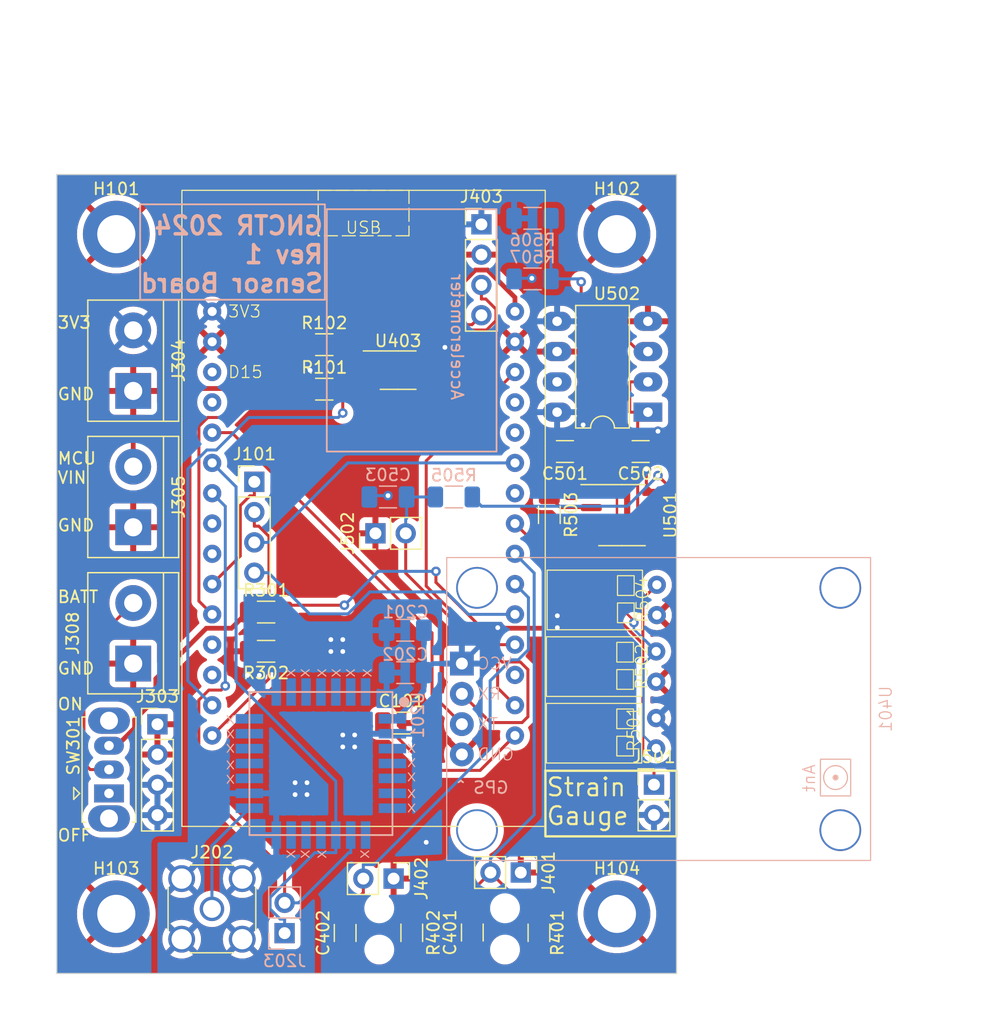
<source format=kicad_pcb>
(kicad_pcb (version 20221018) (generator pcbnew)
  (layers (0 "F.Cu" signal) (31 "B.Cu" signal) (34 "B.Paste" user) (35 "F.Paste" user) (36 "B.SilkS" user "B.Silkscreen") (37 "F.SilkS" user "F.Silkscreen") (38 "B.Mask" user) (39 "F.Mask" user) (44 "Edge.Cuts" user))
  (net 0 "")
  (net 1 "Net-(U101-EN)")
  (net 2 "GND")
  (net 3 "+3V3")
  (net 4 "Net-(J202-In)")
  (net 5 "TEMP_SENSE_1")
  (net 6 "TEMP_SENSE_2")
  (net 7 "Net-(J101-Pin_1)")
  (net 8 "Net-(J101-Pin_2)")
  (net 9 "Net-(J101-Pin_3)")
  (net 10 "Net-(J101-Pin_4)")
  (net 11 "LORA_UART_MOSI")
  (net 12 "LORA_UART_MISO")
  (net 13 "+BATT")
  (net 14 "MCU_VIN")
  (net 15 "SCL")
  (net 16 "SDA")
  (net 17 "/Strain_Sensor/IN+")
  (net 18 "BATT_SENSE")
  (net 19 "TEMP_V+")
  (net 20 "/Strain_Sensor/IN-")
  (net 21 "Net-(R503-Pad1)")
  (net 22 "Net-(R503-Pad2)")
  (net 23 "Net-(R505-Pad1)")
  (net 24 "Net-(U502A-+)")
  (net 28 "GPS_UART_MISO")
  (net 36 "GPS_UART_MOSI")
  (net 57 "/Strain_Sensor/V_REF")
  (net 60 "/STRAIN_SENSE")
  (net 62 "Net-(J308-Pin_2)")
  (footprint "TerminalBlock:TerminalBlock_bornier-2_P5.08mm" (layer "F.Cu") (at 58.42 80.01 90)
    (fp_text reference "J308")
    (fp_text value "Screw_Terminal_01x02")
  )
  (footprint "Resistor_SMD:R_1206_3216Metric_Pad1.30x1.75mm_HandSolder" (layer "F.Cu") (at 74.45 57)
    (fp_text reference "R101")
    (fp_text value "4.7k")
  )
  (footprint "Resistor_SMD:R_1206_3216Metric_Pad1.30x1.75mm_HandSolder" (layer "F.Cu") (at 92.456 102.59 90)
    (fp_text reference "R401")
    (fp_text value "75k")
  )
  (footprint "Connector_PinHeader_2.54mm:PinHeader_1x02_P2.54mm_Vertical" (layer "F.Cu") (at 78.74 69.088 90)
    (fp_text reference "J502")
    (fp_text value "Conn_01x02")
  )
  (footprint "00 This Project Symbol Lib:InactiveStrainGauge" (layer "F.Cu") (at 97.0845 80.264)
    (fp_text reference "R502")
    (fp_text value "305")
  )
  (footprint "Button_Switch_THT:SW_Slide_1P2T_CK_OS102011MS2Q" (layer "F.Cu") (at 56.388 90.9 90)
    (fp_text reference "SW301")
    (fp_text value "SW_SPDT")
  )
  (footprint "Connector_PinHeader_2.54mm:PinHeader_1x04_P2.54mm_Vertical" (layer "F.Cu") (at 60.452 85.1)
    (fp_text reference "J303")
    (fp_text value "Conn_01x04")
  )
  (footprint "00 This Project Symbol Lib:InactiveStrainGauge" (layer "F.Cu") (at 97.0845 85.852)
    (fp_text reference "R501")
    (fp_text value "305")
  )
  (footprint "Package_DIP:DIP-8_W7.62mm_LongPads" (layer "F.Cu") (at 101.6 58.928 180)
    (fp_text reference "U502")
    (fp_text value "MCP6002-xP")
  )
  (footprint "Connector_PinHeader_2.54mm:PinHeader_1x04_P2.54mm_Vertical" (layer "F.Cu") (at 68.58 64.77)
    (fp_text reference "J101")
    (fp_text value "Conn_01x04")
  )
  (footprint "Resistor_SMD:R_1206_3216Metric_Pad1.30x1.75mm_HandSolder" (layer "F.Cu") (at 93.329 67.538 -90)
    (fp_text reference "R503")
    (fp_text value "100")
  )
  (footprint "MountingHole:MountingHole_2mm" (layer "F.Cu") (at 79.061 104 180)
    (fp_text reference "H405" hide)
    (fp_text value "MountingHole")
  )
  (footprint "MountingHole:MountingHole_3.2mm_M3_DIN965_Pad" (layer "F.Cu") (at 57 44)
    (fp_text reference "H101")
    (fp_text value "MountingHole_Pad")
  )
  (footprint "TerminalBlock:TerminalBlock_bornier-2_P5.08mm" (layer "F.Cu") (at 58.42 68.58 90)
    (fp_text reference "J305")
    (fp_text value "Screw_Terminal_01x02")
  )
  (footprint "TerminalBlock:TerminalBlock_bornier-2_P5.08mm" (layer "F.Cu") (at 58.42 57.15 90)
    (fp_text reference "J304")
    (fp_text value "Screw_Terminal_01x02")
  )
  (footprint "Connector_Coaxial:SMA_Wurth_60312002114503_Vertical" (layer "F.Cu") (at 65.024 100.584)
    (fp_text reference "J202")
    (fp_text value "Conn_Coaxial")
  )
  (footprint "MountingHole:MountingHole_3.2mm_M3_DIN965_Pad" (layer "F.Cu") (at 57 101)
    (fp_text reference "H103")
    (fp_text value "MountingHole_Pad")
  )
  (footprint "MountingHole:MountingHole_2mm" (layer "F.Cu") (at 89.6105 104 180)
    (fp_text reference "H401" hide)
    (fp_text value "MountingHole")
  )
  (footprint "Connector_PinHeader_2.54mm:PinHeader_1x02_P2.54mm_Vertical" (layer "F.Cu") (at 102.108 90.165)
    (fp_text reference "J501")
    (fp_text value "Conn_01x02")
  )
  (footprint "Connector_PinHeader_2.54mm:PinHeader_1x02_P2.54mm_Vertical" (layer "F.Cu") (at 90.932 97.536 -90)
    (fp_text reference "J401")
    (fp_text value "100k_Thermistor")
  )
  (footprint "Capacitor_SMD:C_1206_3216Metric_Pad1.33x1.80mm_HandSolder" (layer "F.Cu") (at 80.9375 85)
    (fp_text reference "C101")
    (fp_text value "10u")
  )
  (footprint "Resistor_SMD:R_1206_3216Metric_Pad1.30x1.75mm_HandSolder" (layer "F.Cu") (at 69.57 78.982 180)
    (fp_text reference "R302")
    (fp_text value "4.7k")
  )
  (footprint "00 This Project Symbol Lib:InactiveStrainGauge" (layer "F.Cu") (at 97.141 74.676)
    (fp_text reference "R504")
    (fp_text value "305")
  )
  (footprint "Connector_PinHeader_2.54mm:PinHeader_1x02_P2.54mm_Vertical" (layer "F.Cu") (at 80.264 98.044 -90)
    (fp_text reference "J402")
    (fp_text value "100k_Thermistor")
  )
  (footprint "MountingHole:MountingHole_3.2mm_M3_DIN965_Pad" (layer "F.Cu") (at 99 44)
    (fp_text reference "H102")
    (fp_text value "MountingHole_Pad")
  )
  (footprint "Capacitor_SMD:C_1206_3216Metric_Pad1.33x1.80mm_HandSolder" (layer "F.Cu") (at 76.2 102.6025 90)
    (fp_text reference "C402")
    (fp_text value "10u")
  )
  (footprint "00 This Project Symbol Lib:ESP32-Module-30Pin" (layer "F.Cu") (at 77.745 68.265)
    (fp_text reference "U101" hide)
    (fp_text value "ESP32-Module-30Pin")
  )
  (footprint "MountingHole:MountingHole_3.2mm_M3_DIN965_Pad" (layer "F.Cu") (at 99 101)
    (fp_text reference "H104")
    (fp_text value "MountingHole_Pad")
  )
  (footprint "Resistor_SMD:R_1206_3216Metric_Pad1.30x1.75mm_HandSolder" (layer "F.Cu") (at 74.45 53.27)
    (fp_text reference "R102")
    (fp_text value "4.7k")
  )
  (footprint "Package_SO:MSOP-8_3x3mm_P0.65mm" (layer "F.Cu") (at 80.6425 55.405)
    (fp_text reference "U403")
    (fp_text value "STDS75DS2F")
  )
  (footprint "MountingHole:MountingHole_2mm" (layer "F.Cu") (at 79.061 100.532 180)
    (fp_text reference "H406" hide)
    (fp_text value "MountingHole")
  )
  (footprint "Capacitor_SMD:C_1206_3216Metric_Pad1.33x1.80mm_HandSolder" (layer "F.Cu") (at 94.6375 62.23 180)
    (fp_text reference "C501")
    (fp_text value "10u")
  )
  (footprint "Resistor_SMD:R_1206_3216Metric_Pad1.30x1.75mm_HandSolder" (layer "F.Cu") (at 81.788 102.59 -90)
    (fp_text reference "R402")
    (fp_text value "75k")
  )
  (footprint "Connector_PinHeader_2.54mm:PinHeader_1x04_P2.54mm_Vertical" (layer "F.Cu") (at 87.63 43.18)
    (fp_text reference "J403")
    (fp_text value "Conn_01x04")
  )
  (footprint "Capacitor_SMD:C_1206_3216Metric_Pad1.33x1.80mm_HandSolder" (layer "F.Cu") (at 86.868 102.564 -90)
    (fp_text reference "C401")
    (fp_text value "10u")
  )
  (footprint "Package_SO:SO-8_3.9x4.9mm_P1.27mm" (layer "F.Cu") (at 99.425 67.564)
    (fp_text reference "U501")
    (fp_text value "AD8226ARZ")
  )
  (footprint "MountingHole:MountingHole_2mm" (layer "F.Cu") (at 89.6105 100.532 180)
    (fp_text reference "H402" hide)
    (fp_text value "MountingHole")
  )
  (footprint "Resistor_SMD:R_1206_3216Metric_Pad1.30x1.75mm_HandSolder" (layer "F.Cu") (at 69.57 75.692)
    (fp_text reference "R301")
    (fp_text value "18k")
  )
  (footprint "Capacitor_SMD:C_1206_3216Metric_Pad1.33x1.80mm_HandSolder" (layer "F.Cu") (at 100.9875 62.23 180)
    (fp_text reference "C502")
    (fp_text value "0.1u")
  )
  (footprint "Resistor_SMD:R_1206_3216Metric_Pad1.30x1.75mm_HandSolder" (layer "B.Cu") (at 91.922 47.752 180)
    (fp_text reference "R507")
    (fp_text value "4.7k")
  )
  (footprint "Capacitor_SMD:C_1206_3216Metric_Pad1.33x1.80mm_HandSolder" (layer "B.Cu") (at 81.2415 80.772 180)
    (fp_text reference "C202")
    (fp_text value "4.7u")
  )
  (footprint "Resistor_SMD:R_1206_3216Metric_Pad1.30x1.75mm_HandSolder" (layer "B.Cu") (at 91.922 42.672)
    (fp_text reference "R506")
    (fp_text value "4.7k")
  )
  (footprint "Capacitor_SMD:C_1206_3216Metric_Pad1.33x1.80mm_HandSolder" (layer "B.Cu") (at 81.2415 77.216 180)
    (fp_text reference "C201")
    (fp_text value "100u")
  )
  (footprint "Capacitor_SMD:C_1206_3216Metric_Pad1.33x1.80mm_HandSolder" (layer "B.Cu") (at 79.7945 66.04 180)
    (fp_text reference "C503")
    (fp_text value "10n")
  )
  (footprint "00 This Project Symbol Lib:LoRa-E5_HandSolder" (layer "B.Cu") (at 74.168 88.392 180)
    (fp_text reference "U201")
    (fp_text value "LoRa-E5")
  )
  (footprint "Resistor_SMD:R_1206_3216Metric_Pad1.30x1.75mm_HandSolder" (layer "B.Cu") (at 85.318 66.04 180)
    (fp_text reference "R505")
    (fp_text value "10u")
  )
  (footprint "00 This Project Symbol Lib:GY-NEO6MV2-Module" (layer "B.Cu") (at 102.5 83.82 -90)
    (fp_text reference "U401")
    (fp_text value "GY-NEO6MV2-Module")
  )
  (footprint "Connector_PinHeader_2.54mm:PinHeader_1x02_P2.54mm_Vertical" (layer "B.Cu") (at 71.12 102.616)
    (fp_text reference "J203")
    (fp_text value "Conn_01x02")
  )
  (gr_rect (start 59 41.5) (end 74.5 49.5) (stroke (width 0.15)) (fill none) (layer "B.SilkS"))
  (gr_rect (start 74.66 41.91) (end 88.9 62.23) (stroke (width 0.15)) (fill none) (layer "B.SilkS"))
  (gr_rect (start 93 89) (end 104 94.5) (stroke (width 0.2)) (fill none) (layer "F.SilkS"))
  (gr_rect (start 52 39) (end 104 106) (stroke (width 0.1)) (fill none) (layer "Edge.Cuts"))
  (gr_text "Accelerometer" (at 85 58 270) (layer "B.SilkS") (effects (font (size 1 1)) (justify left bottom mirror)))
  (gr_text "GPS ^" (at 90 91) (layer "B.SilkS") (effects (font (size 1 1)) (justify left bottom mirror)))
  (gr_text "GNCTR 2024\nRev 1\nSensor Board" (at 74.5 49) (layer "B.SilkS") (effects (font (size 1.5 1.5) (thickness 0.3) bold) (justify left bottom mirror)))
  (gr_text "3V3" (at 52 52) (layer "F.SilkS") (effects (font (size 1 1)) (justify left bottom)))
  (gr_text "MCU\nVIN" (at 52 65) (layer "F.SilkS") (effects (font (size 1 1)) (justify left bottom)))
  (gr_text "GND" (at 52 69) (layer "F.SilkS") (effects (font (size 1 1)) (justify left bottom)))
  (gr_text "GND" (at 52 81) (layer "F.SilkS") (effects (font (size 1 1)) (justify left bottom)))
  (gr_text "OFF" (at 52 95) (layer "F.SilkS") (effects (font (size 1 1)) (justify left bottom)))
  (gr_text "GND" (at 52 58) (layer "F.SilkS") (effects (font (size 1 1)) (justify left bottom)))
  (gr_text "Strain\nGauge" (at 92.985 93.665) (layer "F.SilkS") (effects (font (size 1.5 1.5) (thickness 0.1875)) (justify left bottom)))
  (gr_text "ON" (at 52 84) (layer "F.SilkS") (effects (font (size 1 1)) (justify left bottom)))
  (gr_text "BATT" (at 52 75) (layer "F.SilkS") (effects (font (size 1 1)) (justify left bottom)))
  (segment (start 87.5222 88.9678) (end 90.445 86.045) (width 0.25) (layer "F.Cu") (net 1))
  (segment (start 79.375 85) (end 83.3428 88.9678) (width 0.25) (layer "F.Cu") (net 1))
  (segment (start 83.3428 88.9678) (end 87.5222 88.9678) (width 0.25) (layer "F.Cu") (net 1))
  (via (at 68 81) (size 0.8) (drill 0.4) (layers "F.Cu" "B.Cu") (net 2))
  (via (at 72 91) (size 0.8) (drill 0.4) (layers "F.Cu" "B.Cu") (net 2))
  (via (at 75 79) (size 0.8) (drill 0.4) (layers "F.Cu" "B.Cu") (net 2))
  (via (at 76 79) (size 0.8) (drill 0.4) (layers "F.Cu" "B.Cu") (net 2))
  (via (at 76 86) (size 0.8) (drill 0.4) (layers "F.Cu" "B.Cu") (net 2))
  (via (at 73 91) (size 0.8) (drill 0.4) (layers "F.Cu" "B.Cu") (net 2))
  (via (at 69 81) (size 0.8) (drill 0.4) (layers "F.Cu" "B.Cu") (net 2))
  (via (at 72 90) (size 0.8) (drill 0.4) (layers "F.Cu" "B.Cu") (net 2))
  (via (at 77 87) (size 0.8) (drill 0.4) (layers "F.Cu" "B.Cu") (net 2))
  (via (at 77 86) (size 0.8) (drill 0.4) (layers "F.Cu" "B.Cu") (net 2))
  (via (at 91.8629 47.702) (size 0.8) (drill 0.4) (layers "F.Cu" "B.Cu") (net 2))
  (via (at 83 95) (size 0.8) (drill 0.4) (layers "F.Cu" "B.Cu") (net 2))
  (via (at 76 87) (size 0.8) (drill 0.4) (layers "F.Cu" "B.Cu") (net 2))
  (via (at 75 78) (size 0.8) (drill 0.4) (layers "F.Cu" "B.Cu") (net 2))
  (via (at 79.7945 65.9281) (size 0.8) (drill 0.4) (layers "F.Cu" "B.Cu") (net 2))
  (via (at 73 90) (size 0.8) (drill 0.4) (layers "F.Cu" "B.Cu") (net 2))
  (via (at 76 78) (size 0.8) (drill 0.4) (layers "F.Cu" "B.Cu") (net 2))
  (segment (start 91.8629 47.702) (end 90.422 47.702) (width 0.25) (layer "B.Cu") (net 2))
  (segment (start 78.3439 65.9281) (end 78.232 66.04) (width 0.25) (layer "B.Cu") (net 2))
  (segment (start 90.422 47.702) (end 90.372 47.752) (width 0.25) (layer "B.Cu") (net 2))
  (segment (start 79.7945 65.9281) (end 78.3439 65.9281) (width 0.25) (layer "B.Cu") (net 2))
  (segment (start 83.6916 53.4934) (end 82.755 54.43) (width 0.25) (layer "F.Cu") (net 3))
  (segment (start 93 77.047) (end 93 77) (width 0.4) (layer "F.Cu") (net 3))
  (segment (start 72.9 55.7778) (end 72.9 57) (width 0.25) (layer "F.Cu") (net 3))
  (segment (start 73.2603 55.4175) (end 72.9 55.0572) (width 0.25) (layer "F.Cu") (net 3))
  (segment (start 73.2603 55.4175) (end 72.9 55.7778) (width 0.25) (layer "F.Cu") (net 3))
  (segment (start 101.469 63.7137) (end 101.469 65.1277) (width 0.25) (layer "F.Cu") (net 3))
  (segment (start 96.2 60.033) (end 96.2 62.23) (width 0.25) (layer "F.Cu") (net 3))
  (segment (start 89 77) (end 89.047 77.047) (width 0.4) (layer "F.Cu") (net 3))
  (segment (start 84.5682 53.4934) (end 83.6916 53.4934) (width 0.25) (layer "F.Cu") (net 3))
  (segment (start 101.469 65.1277) (end 102 65.659) (width 0.25) (layer "F.Cu") (net 3))
  (segment (start 102.55 60.636) (end 102.55 62.23) (width 0.25) (layer "F.Cu") (net 3))
  (segment (start 93.953 77.047) (end 94 77) (width 0.4) (layer "F.Cu") (net 3))
  (segment (start 102.442 60.5285) (end 102.55 60.636) (width 0.25) (layer "F.Cu") (net 3))
  (segment (start 96.1635 59.9965) (end 96.2 60.033) (width 0.25) (layer "F.Cu") (net 3))
  (segment (start 89.047 77.047) (end 93 77.047) (width 0.4) (layer "F.Cu") (net 3))
  (segment (start 72.9 55.0572) (end 72.9 53.27) (width 0.25) (layer "F.Cu") (net 3))
  (segment (start 93 77.047) (end 93.953 77.047) (width 0.4) (layer "F.Cu") (net 3))
  (segment (start 93 77) (end 94 76) (width 0.4) (layer "F.Cu") (net 3))
  (via (at 94 76) (size 0.8) (drill 0.4) (layers "F.Cu" "B.Cu") (net 3))
  (via (at 94 77) (size 0.8) (drill 0.4) (layers "F.Cu" "B.Cu") (net 3))
  (via (at 89 77) (size 0.8) (drill 0.4) (layers "F.Cu" "B.Cu") (net 3))
  (via (at 102.442 60.5285) (size 0.8) (drill 0.4) (layers "F.Cu" "B.Cu") (net 3))
  (via (at 84.5682 53.4934) (size 0.8) (drill 0.4) (layers "F.Cu" "B.Cu") (net 3))
  (via (at 101.469 63.7137) (size 0.8) (drill 0.4) (layers "F.Cu" "B.Cu") (net 3))
  (via (at 73.2603 55.4175) (size 0.8) (drill 0.4) (layers "F.Cu" "B.Cu") (net 3))
  (via (at 96.1635 59.9965) (size 0.8) (drill 0.4) (layers "F.Cu" "B.Cu") (net 3))
  (segment (start 82.804 80.772) (end 82.804 77.216) (width 0.4) (layer "B.Cu") (net 3))
  (segment (start 85.99 80.01) (end 83.566 80.01) (width 0.4) (layer "B.Cu") (net 3))
  (segment (start 83.566 80.01) (end 82.804 80.772) (width 0.4) (layer "B.Cu") (net 3))
  (segment (start 80.168 84.642) (end 80.458 84.642) (width 0.4) (layer "B.Cu") (net 3))
  (segment (start 80.458 84.642) (end 82.804 82.296) (width 0.4) (layer "B.Cu") (net 3))
  (segment (start 82.804 82.296) (end 82.804 80.772) (width 0.4) (layer "B.Cu") (net 3))
  (segment (start 85.99 80.01) (end 89 77) (width 0.4) (layer "B.Cu") (net 3))
  (segment (start 68.168 92.142) (end 65.024 95.286) (width 0.25) (layer "B.Cu") (net 4))
  (segment (start 65.024 95.286) (end 65.024 100.584) (width 0.25) (layer "B.Cu") (net 4))
  (segment (start 90.013 99.157) (end 88.392 97.536) (width 0.25) (layer "F.Cu") (net 5))
  (segment (start 86.868 101.0015) (end 86.868 99.06) (width 0.25) (layer "F.Cu") (net 5))
  (segment (start 90.573 99.157) (end 90.013 99.157) (width 0.25) (layer "F.Cu") (net 5))
  (segment (start 86.868 101.002) (end 86.868 101.0015) (width 0.25) (layer "F.Cu") (net 5))
  (segment (start 86.868 99.06) (end 88.392 97.536) (width 0.25) (layer "F.Cu") (net 5))
  (segment (start 92.456 101.04) (end 90.573 99.157) (width 0.25) (layer "F.Cu") (net 5))
  (segment (start 92.0564 72.4164) (end 90.445 70.805) (width 0.25) (layer "B.Cu") (net 5))
  (segment (start 88.392 97.536) (end 88.392 96.3591) (width 0.25) (layer "B.Cu") (net 5))
  (segment (start 88.392 96.3591) (end 92.0564 92.6947) (width 0.25) (layer "B.Cu") (net 5))
  (segment (start 92.0564 92.6947) (end 92.0564 72.4164) (width 0.25) (layer "B.Cu") (net 5))
  (segment (start 77.4561 102.417) (end 80.0647 102.417) (width 0.25) (layer "F.Cu") (net 6))
  (segment (start 77.724 98.044) (end 77.724 99.2209) (width 0.25) (layer "F.Cu") (net 6))
  (segment (start 77.4561 102.417) (end 77.4561 102.909) (width 0.25) (layer "F.Cu") (net 6))
  (segment (start 80.0647 102.417) (end 81.788 104.14) (width 0.25) (layer "F.Cu") (net 6))
  (segment (start 77.4561 102.909) (end 76.2 104.165) (width 0.25) (layer "F.Cu") (net 6))
  (segment (start 77.724 99.2209) (end 77.4561 99.4888) (width 0.25) (layer "F.Cu") (net 6))
  (segment (start 77.4561 99.4888) (end 77.4561 102.417) (width 0.25) (layer "F.Cu") (net 6))
  (segment (start 90.1241 79.695) (end 88.3621 81.457) (width 0.25) (layer "B.Cu") (net 6))
  (segment (start 91.575 74.475) (end 91.575 78.8402) (width 0.25) (layer "B.Cu") (net 6))
  (segment (start 77.724 96.8671) (end 77.724 98.044) (width 0.25) (layer "B.Cu") (net 6))
  (segment (start 78.6424 96.8671) (end 77.724 96.8671) (width 0.25) (layer "B.Cu") (net 6))
  (segment (start 90.7202 79.695) (end 90.1241 79.695) (width 0.25) (layer "B.Cu") (net 6))
  (segment (start 90.445 73.345) (end 91.575 74.475) (width 0.25) (layer "B.Cu") (net 6))
  (segment (start 91.575 78.8402) (end 90.7202 79.695) (width 0.25) (layer "B.Cu") (net 6))
  (segment (start 88.3621 81.457) (end 88.3621 87.1474) (width 0.25) (layer "B.Cu") (net 6))
  (segment (start 88.3621 87.1474) (end 78.6424 96.8671) (width 0.25) (layer "B.Cu") (net 6))
  (segment (start 67.4031 66.7559) (end 67.4031 70.9869) (width 0.25) (layer "F.Cu") (net 7))
  (segment (start 68.58 65.9469) (end 68.2121 65.9469) (width 0.25) (layer "F.Cu") (net 7))
  (segment (start 67.4031 70.9869) (end 65.045 73.345) (width 0.25) (layer "F.Cu") (net 7))
  (segment (start 68.58 64.77) (end 68.58 65.9469) (width 0.25) (layer "F.Cu") (net 7))
  (segment (start 68.2121 65.9469) (end 67.4031 66.7559) (width 0.25) (layer "F.Cu") (net 7))
  (segment (start 68.58 68.4869) (end 68.9478 68.4869) (width 0.25) (layer "F.Cu") (net 8))
  (segment (start 68.9478 68.4869) (end 69.8045 69.3436) (width 0.25) (layer "F.Cu") (net 8))
  (segment (start 69.8045 81.2855) (end 65.045 86.045) (width 0.25) (layer "F.Cu") (net 8))
  (segment (start 69.8045 69.3436) (end 69.8045 81.2855) (width 0.25) (layer "F.Cu") (net 8))
  (segment (start 68.58 67.31) (end 68.58 68.4869) (width 0.25) (layer "F.Cu") (net 8))
  (segment (start 69.7569 69.85) (end 76.4219 63.185) (width 0.25) (layer "B.Cu") (net 9))
  (segment (start 68.58 69.85) (end 69.7569 69.85) (width 0.25) (layer "B.Cu") (net 9))
  (segment (start 76.4219 63.185) (end 90.445 63.185) (width 0.25) (layer "B.Cu") (net 9))
  (segment (start 68.58 72.39) (end 69.7569 72.39) (width 0.25) (layer "B.Cu") (net 10))
  (segment (start 84.6655 74) (end 86.5505 75.885) (width 0.25) (layer "B.Cu") (net 10))
  (segment (start 78.2792 74) (end 84.6655 74) (width 0.25) (layer "B.Cu") (net 10))
  (segment (start 76.4362 75.843) (end 78.2792 74) (width 0.25) (layer "B.Cu") (net 10))
  (segment (start 86.5505 75.885) (end 90.445 75.885) (width 0.25) (layer "B.Cu") (net 10))
  (segment (start 73.2099 75.843) (end 76.4362 75.843) (width 0.25) (layer "B.Cu") (net 10))
  (segment (start 69.7569 72.39) (end 73.2099 75.843) (width 0.25) (layer "B.Cu") (net 10))
  (segment (start 66.1433 81.8871) (end 65.7954 82.235) (width 0.25) (layer "F.Cu") (net 11))
  (segment (start 63.9229 90.153) (end 71.12 97.3501) (width 0.25) (layer "F.Cu") (net 11))
  (segment (start 65.7954 82.235) (end 64.7616 82.235) (width 0.25) (layer "F.Cu") (net 11))
  (segment (start 64.7616 82.235) (end 63.9229 83.0737) (width 0.25) (layer "F.Cu") (net 11))
  (segment (start 63.9229 83.0737) (end 63.9229 90.153) (width 0.25) (layer "F.Cu") (net 11))
  (segment (start 71.12 97.3501) (end 71.12 100.076) (width 0.25) (layer "F.Cu") (net 11))
  (via (at 66.1433 81.8871) (size 0.8) (drill 0.4) (layers "F.Cu" "B.Cu") (net 11))
  (segment (start 66.1433 66.8233) (end 66.1433 81.8871) (width 0.25) (layer "B.Cu") (net 11))
  (segment (start 65.045 65.725) (end 66.1433 66.8233) (width 0.25) (layer "B.Cu") (net 11))
  (segment (start 76.668 95.8689) (end 76.668 94.392) (width 0.25) (layer "B.Cu") (net 11))
  (segment (start 76.504 95.8689) (end 76.668 95.8689) (width 0.25) (layer "B.Cu") (net 11))
  (segment (start 72.2969 100.076) (end 76.504 95.8689) (width 0.25) (layer "B.Cu") (net 11))
  (segment (start 71.12 100.076) (end 72.2969 100.076) (width 0.25) (layer "B.Cu") (net 11))
  (segment (start 75.418 89.8797) (end 75.418 94.392) (width 0.25) (layer "B.Cu") (net 12))
  (segment (start 69.901 99.6259) (end 69.901 100.588) (width 0.25) (layer "B.Cu") (net 12))
  (segment (start 65.045 63.185) (end 67.0468 65.1868) (width 0.25) (layer "B.Cu") (net 12))
  (segment (start 71.12 101.439) (end 71.12 102.616) (width 0.25) (layer "B.Cu") (net 12))
  (segment (start 70.7522 101.439) (end 71.12 101.439) (width 0.25) (layer "B.Cu") (net 12))
  (segment (start 69.901 100.588) (end 70.7522 101.439) (width 0.25) (layer "B.Cu") (net 12))
  (segment (start 67.0468 81.5085) (end 75.418 89.8797) (width 0.25) (layer "B.Cu") (net 12))
  (segment (start 73.658 95.8689) (end 69.901 99.6259) (width 0.25) (layer "B.Cu") (net 12))
  (segment (start 67.0468 65.1868) (end 67.0468 81.5085) (width 0.25) (layer "B.Cu") (net 12))
  (segment (start 75.418 94.392) (end 75.418 95.8689) (width 0.25) (layer "B.Cu") (net 12))
  (segment (start 75.418 95.8689) (end 73.658 95.8689) (width 0.25) (layer "B.Cu") (net 12))
  (segment (start 60.32 81.28) (end 60.32 82.936) (width 0.4) (layer "F.Cu") (net 13))
  (segment (start 64.553 77.047) (end 60.32 81.28) (width 0.4) (layer "F.Cu") (net 13))
  (segment (start 60.32 82.936) (end 58.538 84.718) (width 0.4) (layer "F.Cu") (net 13))
  (segment (start 66.665 77.047) (end 64.553 77.047) (width 0.4) (layer "F.Cu") (net 13))
  (segment (start 58.538 84.718) (end 58.538 85.4213) (width 0.4) (layer "F.Cu") (net 13))
  (segment (start 58.538 85.4213) (end 57.0593 86.9) (width 0.4) (layer "F.Cu") (net 13))
  (segment (start 68.02 75.692) (end 66.665 77.047) (width 0.4) (layer "F.Cu") (net 13))
  (segment (start 57.0593 86.9) (end 56.388 86.9) (width 0.4) (layer "F.Cu") (net 13))
  (segment (start 58.42 61.37868) (end 62.85568 56.943) (width 0.4) (layer "F.Cu") (net 14))
  (segment (start 72.582438 51) (end 83.122233 51) (width 0.4) (layer "F.Cu") (net 14))
  (segment (start 83.122233 51) (end 87.112233 47.01) (width 0.4) (layer "F.Cu") (net 14))
  (segment (start 67.275834 56.943) (end 70 54.218834) (width 0.4) (layer "F.Cu") (net 14))
  (segment (start 70 54.218834) (end 70 53.582438) (width 0.4) (layer "F.Cu") (net 14))
  (segment (start 62.85568 56.943) (end 67.275834 56.943) (width 0.4) (layer "F.Cu") (net 14))
  (segment (start 58.42 63.5) (end 58.42 61.37868) (width 0.4) (layer "F.Cu") (net 14))
  (segment (start 70 53.582438) (end 72.582438 51) (width 0.4) (layer "F.Cu") (net 14))
  (segment (start 88.147767 47.01) (end 90.445 49.307233) (width 0.4) (layer "F.Cu") (net 14))
  (segment (start 90.445 49.307233) (end 90.445 50.485) (width 0.4) (layer "F.Cu") (net 14))
  (segment (start 87.112233 47.01) (end 88.147767 47.01) (width 0.4) (layer "F.Cu") (net 14))
  (segment (start 80.4804 55.08) (end 78.53 55.08) (width 0.25) (layer "F.Cu") (net 15))
  (segment (start 77.6696 55.08) (end 78.53 55.08) (width 0.25) (layer "F.Cu") (net 15))
  (segment (start 87.63 49.4369) (end 87.9978 49.4369) (width 0.25) (layer "F.Cu") (net 15))
  (segment (start 88.8518 50.2909) (end 88.8518 51.2515) (width 0.25) (layer "F.Cu") (net 15))
  (segment (start 88.0635 52.0398) (end 83.5206 52.0398) (width 0.25) (layer "F.Cu") (net 15))
  (segment (start 87.63 48.26) (end 87.63 49.4369) (width 0.25) (layer "F.Cu") (net 15))
  (segment (start 76 57) (end 76 56.7496) (width 0.25) (layer "F.Cu") (net 15))
  (segment (start 76 56.7496) (end 77.6696 55.08) (width 0.25) (layer "F.Cu") (net 15))
  (segment (start 88.8518 51.2515) (end 88.0635 52.0398) (width 0.25) (layer "F.Cu") (net 15))
  (segment (start 87.9978 49.4369) (end 88.8518 50.2909) (width 0.25) (layer "F.Cu") (net 15))
  (segment (start 83.5206 52.0398) (end 80.4804 55.08) (width 0.25) (layer "F.Cu") (net 15))
  (segment (start 76 59) (end 76 57) (width 0.25) (layer "F.Cu") (net 15))
  (via (at 76 59) (size 0.8) (drill 0.4) (layers "F.Cu" "B.Cu") (net 15))
  (segment (start 68.125 59.375) (end 65.402 62.098) (width 0.25) (layer "B.Cu") (net 15))
  (segment (start 64.594749 62.098) (end 63 63.692749) (width 0.25) (layer "B.Cu") (net 15))
  (segment (start 75.625 59.375) (end 68.125 59.375) (width 0.25) (layer "B.Cu") (net 15))
  (segment (start 65.402 62.098) (end 64.594749 62.098) (width 0.25) (layer "B.Cu") (net 15))
  (segment (start 63 63.692749) (end 63 81.46) (width 0.25) (layer "B.Cu") (net 15))
  (segment (start 63 81.46) (end 65.045 83.505) (width 0.25) (layer "B.Cu") (net 15))
  (segment (start 76 59) (end 75.625 59.375) (width 0.25) (layer "B.Cu") (net 15))
  (segment (start 72.2549 52.07) (end 70.525 53.7999) (width 0.25) (layer "F.Cu") (net 16))
  (segment (start 87.63 50.8) (end 86.8402 51.5898) (width 0.25) (layer "F.Cu") (net 16))
  (segment (start 63.9304 74.7704) (end 65.045 75.885) (width 0.25) (layer "F.Cu") (net 16))
  (segment (start 74.8 52.07) (end 72.2549 52.07) (width 0.25) (layer "F.Cu") (net 16))
  (segment (start 76 53.27) (end 77.37 53.27) (width 0.25) (layer "F.Cu") (net 16))
  (segment (start 70.525 53.7999) (end 70.525 55.475) (width 0.25) (layer "F.Cu") (net 16))
  (segment (start 66.625 59.375) (end 64.6739 59.375) (width 0.25) (layer "F.Cu") (net 16))
  (segment (start 70.525 55.475) (end 66.625 59.375) (width 0.25) (layer "F.Cu") (net 16))
  (segment (start 64.6739 59.375) (end 63.9304 60.1185) (width 0.25) (layer "F.Cu") (net 16))
  (segment (start 86.8402 51.5898) (end 79.4102 51.5898) (width 0.25) (layer "F.Cu") (net 16))
  (segment (start 79.4102 51.5898) (end 78.53 52.47) (width 0.25) (layer "F.Cu") (net 16))
  (segment (start 77.37 53.27) (end 78.53 54.43) (width 0.25) (layer "F.Cu") (net 16))
  (segment (start 63.9304 60.1185) (end 63.9304 74.7704) (width 0.25) (layer "F.Cu") (net 16))
  (segment (start 78.53 52.47) (end 78.53 54.43) (width 0.25) (layer "F.Cu") (net 16))
  (segment (start 76 53.27) (end 74.8 52.07) (width 0.25) (layer "F.Cu") (net 16))
  (segment (start 98.575 75.7581) (end 98.575 71.194) (width 0.25) (layer "F.Cu") (net 17))
  (segment (start 101.174 88.0543) (end 101.174 78.3571) (width 0.25) (layer "F.Cu") (net 17))
  (segment (start 101.174 74.5798) (end 102.348 73.406) (width 0.25) (layer "F.Cu") (net 17))
  (segment (start 102.108 88.9881) (end 101.174 88.0543) (width 0.25) (layer "F.Cu") (net 17))
  (segment (start 101.174 78.3571) (end 101.174 74.5798) (width 0.25) (layer "F.Cu") (net 17))
  (segment (start 102.108 90.165) (end 102.108 88.9881) (width 0.25) (layer "F.Cu") (net 17))
  (segment (start 101.174 78.3571) (end 98.575 75.7581) (width 0.25) (layer "F.Cu") (net 17))
  (segment (start 98.575 71.194) (end 96.85 69.469) (width 0.25) (layer "F.Cu") (net 17))
  (segment (start 71.12 78.982) (end 71.12 75.692) (width 0.25) (layer "F.Cu") (net 18))
  (segment (start 89.0415 78.425) (end 83.8153 73.1988) (width 0.25) (layer "F.Cu") (net 18))
  (segment (start 71.694 75.118) (end 71.12 75.692) (width 0.25) (layer "F.Cu") (net 18))
  (segment (start 76.1359 75.118) (end 71.694 75.118) (width 0.25) (layer "F.Cu") (net 18))
  (segment (start 83.8153 73.1988) (end 83.8153 72.2773) (width 0.25) (layer "F.Cu") (net 18))
  (segment (start 90.445 78.425) (end 89.0415 78.425) (width 0.25) (layer "F.Cu") (net 18))
  (via (at 76.1359 75.118) (size 0.8) (drill 0.4) (layers "F.Cu" "B.Cu") (net 18))
  (via (at 83.8153 72.2773) (size 0.8) (drill 0.4) (layers "F.Cu" "B.Cu") (net 18))
  (segment (start 78.9766 72.2773) (end 76.1359 75.118) (width 0.25) (layer "B.Cu") (net 18))
  (segment (start 83.8153 72.2773) (end 78.9766 72.2773) (width 0.25) (layer "B.Cu") (net 18))
  (segment (start 90.331 102.015) (end 91.7083 103.392) (width 0.25) (layer "F.Cu") (net 19))
  (segment (start 95 72.82) (end 90.445 68.265) (width 0.25) (layer "F.Cu") (net 19))
  (segment (start 92.7742 103.822) (end 94 102.596) (width 0.25) (layer "F.Cu") (net 19))
  (segment (start 91.7083 103.392) (end 92.3445 103.392) (width 0.25) (layer "F.Cu") (net 19))
  (segment (start 95 96) (end 95 72.82) (width 0.25) (layer "F.Cu") (net 19))
  (segment (start 81.788 101.04) (end 82.763 102.015) (width 0.25) (layer "F.Cu") (net 19))
  (segment (start 91.7083 103.392) (end 92.456 104.14) (width 0.25) (layer "F.Cu") (net 19))
  (segment (start 94 97) (end 95 96) (width 0.25) (layer "F.Cu") (net 19))
  (segment (start 82.763 102.015) (end 90.331 102.015) (width 0.25) (layer "F.Cu") (net 19))
  (segment (start 94 102.596) (end 94 97) (width 0.25) (layer "F.Cu") (net 19))
  (segment (start 92.3445 103.392) (end 92.7742 103.822) (width 0.25) (layer "F.Cu") (net 19))
  (segment (start 99 75) (end 100.421 76.4207) (width 0.2) (layer "F.Cu") (net 20))
  (segment (start 97.725 65.659) (end 98.025 65.959) (width 0.2) (layer "F.Cu") (net 20))
  (segment (start 96.85 65.659) (end 97.725 65.659) (width 0.2) (layer "F.Cu") (net 20))
  (segment (start 99 66) (end 99 75) (width 0.2) (layer "F.Cu") (net 20))
  (segment (start 100.421 76.4207) (end 100.421 76.5793) (width 0.2) (layer "F.Cu") (net 20))
  (segment (start 98.025 65.959) (end 98.959 65.959) (width 0.2) (layer "F.Cu") (net 20))
  (segment (start 98.959 65.959) (end 99 66) (width 0.2) (layer "F.Cu") (net 20))
  (via (at 100.421 76.5793) (size 0.8) (drill 0.4) (layers "F.Cu" "B.Cu") (net 20))
  (segment (start 101.23 86.06) (end 102.2915 87.1215) (width 0.2) (layer "B.Cu") (net 20))
  (segment (start 101.23 80.056) (end 101.23 86.06) (width 0.2) (layer "B.Cu") (net 20))
  (segment (start 100.421 76.5793) (end 100.421 77.1232) (width 0.2) (layer "B.Cu") (net 20))
  (segment (start 102.2915 87.1215) (end 102.292 87.122) (width 0.2) (layer "B.Cu") (net 20))
  (segment (start 102.2915 78.9936) (end 102.2915 78.994) (width 0.25) (layer "B.Cu") (net 20))
  (segment (start 102.292 78.994) (end 101.23 80.056) (width 0.2) (layer "B.Cu") (net 20))
  (segment (start 100.421 77.1232) (end 101.3565 78.0586) (width 0.2) (layer "B.Cu") (net 20))
  (segment (start 101.3565 78.0586) (end 102.292 78.994) (width 0.2) (layer "B.Cu") (net 20))
  (segment (start 102.2915 87.1215) (end 102.2915 87.122) (width 0.25) (layer "B.Cu") (net 20))
  (segment (start 101.3565 78.0586) (end 102.2915 78.9936) (width 0.25) (layer "B.Cu") (net 20))
  (segment (start 93.329 65.988) (end 94.27 66.929) (width 0.25) (layer "F.Cu") (net 21))
  (segment (start 94.27 66.929) (end 96.85 66.929) (width 0.25) (layer "F.Cu") (net 21))
  (segment (start 94.218 68.199) (end 96.85 68.199) (width 0.25) (layer "F.Cu") (net 22))
  (segment (start 93.329 69.088) (end 94.218 68.199) (width 0.25) (layer "F.Cu") (net 22))
  (segment (start 103.218 66.0661) (end 102.356 66.929) (width 0.25) (layer "F.Cu") (net 23))
  (segment (start 103.218 65.0206) (end 103.218 66.0661) (width 0.25) (layer "F.Cu") (net 23))
  (segment (start 102.442 64.2447) (end 103.218 65.0206) (width 0.25) (layer "F.Cu") (net 23))
  (segment (start 102.356 66.929) (end 102 66.929) (width 0.25) (layer "F.Cu") (net 23))
  (via (at 102.442 64.2447) (size 0.8) (drill 0.4) (layers "F.Cu" "B.Cu") (net 23))
  (segment (start 86.868 66.04) (end 87.6439 66.8159) (width 0.25) (layer "B.Cu") (net 23))
  (segment (start 87.6439 66.8159) (end 99.8713 66.8159) (width 0.25) (layer "B.Cu") (net 23))
  (segment (start 99.8713 66.8159) (end 102.442 64.2447) (width 0.25) (layer "B.Cu") (net 23))
  (segment (start 98 52) (end 99 52) (width 0.25) (layer "F.Cu") (net 24))
  (segment (start 100.848 53.848) (end 101.6 53.848) (width 0.25) (layer "F.Cu") (net 24))
  (segment (start 99 52) (end 100.848 53.848) (width 0.25) (layer "F.Cu") (net 24))
  (segment (start 96 50) (end 98 52) (width 0.25) (layer "F.Cu") (net 24))
  (segment (start 96 48) (end 96 50) (width 0.25) (layer "F.Cu") (net 24))
  (via (at 96 48) (size 0.8) (drill 0.4) (layers "F.Cu" "B.Cu") (net 24))
  (segment (start 95.752 47.752) (end 96 48) (width 0.25) (layer "B.Cu") (net 24))
  (segment (start 93.472 47.752) (end 95.752 47.752) (width 0.25) (layer "B.Cu") (net 24))
  (segment (start 93.472 42.672) (end 93.472 47.752) (width 0.25) (layer "B.Cu") (net 24))
  (segment (start 66.6871 60.645) (end 83.4889 77.4468) (width 0.25) (layer "F.Cu") (net 28))
  (segment (start 83.4889 82.5889) (end 85.99 85.09) (width 0.25) (layer "F.Cu") (net 28))
  (segment (start 83.4889 77.4468) (end 83.4889 82.5889) (width 0.25) (layer "F.Cu") (net 28))
  (segment (start 65.045 60.645) (end 66.6871 60.645) (width 0.25) (layer "F.Cu") (net 28))
  (segment (start 91.532 80.5147) (end 91.532 84.468) (width 0.25) (layer "F.Cu") (net 36))
  (segment (start 83 73.5104) (end 89.3676 79.878) (width 0.25) (layer "F.Cu") (net 36))
  (segment (start 83 63.01) (end 83 73.5104) (width 0.25) (layer "F.Cu") (net 36))
  (segment (start 89.3676 79.878) (end 90.8953 79.878) (width 0.25) (layer "F.Cu") (net 36))
  (segment (start 90.8953 79.878) (end 91.532 80.5147) (width 0.25) (layer "F.Cu") (net 36))
  (segment (start 88.398 84.958) (end 85.99 82.55) (width 0.25) (layer "F.Cu") (net 36))
  (segment (start 91.042 84.958) (end 88.398 84.958) (width 0.25) (layer "F.Cu") (net 36))
  (segment (start 91.532 84.468) (end 91.042 84.958) (width 0.25) (layer "F.Cu") (net 36))
  (segment (start 90.445 55.565) (end 83 63.01) (width 0.25) (layer "F.Cu") (net 36))
  (segment (start 101.6 56.388) (end 100.073 56.388) (width 0.25) (layer "F.Cu") (net 57))
  (segment (start 100.836 58.928) (end 101.6 58.928) (width 0.25) (layer "F.Cu") (net 57))
  (segment (start 100.073 58.928) (end 100.836 58.928) (width 0.25) (layer "F.Cu") (net 57))
  (segment (start 100.836 58.928) (end 100.742 59.0227) (width 0.25) (layer "F.Cu") (net 57))
  (segment (start 100.073 56.388) (end 100.073 58.928) (width 0.25) (layer "F.Cu") (net 57))
  (segment (start 100.742 59.0227) (end 100.742 67.2953) (width 0.25) (layer "F.Cu") (net 57))
  (segment (start 101.646 68.199) (end 102 68.199) (width 0.25) (layer "F.Cu") (net 57))
  (segment (start 100.742 67.2953) (end 101.646 68.199) (width 0.25) (layer "F.Cu") (net 57))
  (segment (start 81.28 69.088) (end 81.28 72.4268) (width 0.25) (layer "F.Cu") (net 60))
  (segment (start 88.9924 80.1392) (end 88.9924 82.0524) (width 0.25) (layer "F.Cu") (net 60))
  (segment (start 81.28 72.4268) (end 88.9924 80.1392) (width 0.25) (layer "F.Cu") (net 60))
  (segment (start 88.9924 82.0524) (end 90.445 83.505) (width 0.25) (layer "F.Cu") (net 60))
  (segment (start 81.357 66.04) (end 83.768 66.04) (width 0.25) (layer "B.Cu") (net 60))
  (segment (start 81.28 67.9111) (end 81.28 69.088) (width 0.25) (layer "B.Cu") (net 60))
  (segment (start 81.357 66.04) (end 81.357 67.8341) (width 0.25) (layer "B.Cu") (net 60))
  (segment (start 81.357 67.8341) (end 81.28 67.9111) (width 0.25) (layer "B.Cu") (net 60))
  (segment (start 56.388 88.9) (end 54.8111 88.9) (width 0.25) (layer "F.Cu") (net 62))
  (segment (start 54.2853 79.0647) (end 58.42 74.93) (width 0.25) (layer "F.Cu") (net 62))
  (segment (start 54.2853 88.3742) (end 54.2853 79.0647) (width 0.25) (layer "F.Cu") (net 62))
  (segment (start 54.8111 88.9) (end 54.2853 88.3742) (width 0.25) (layer "F.Cu") (net 62))
  (zone (net 2) (net_name "GND") (layer "F.Cu") (connect_pads (clearance 0.5)) (min_thickness 0.25) (fill yes (thermal_gap 0.5) (thermal_bridge_width 0.5))
    (polygon (pts (xy 50.8 38.1) (xy 50.292 108.712) (xy 107.188 108.204) (xy 107.696 36.068)))
  )
  (zone (net 2) (net_name "GND") (layer "B.Cu") (priority 20) (connect_pads (clearance 0.5)) (min_thickness 0.25) (fill yes (thermal_gap 0.5) (thermal_bridge_width 0.5))
    (polygon (pts (xy 62.992 74.168) (xy 84.328 74.168) (xy 84.328 96.012) (xy 73.66 96.52) (xy 73.66 106.172) (xy 60.452 106.172) (xy 60.452 94.996) (xy 62.992 94.996)))
  )
  (zone (net 3) (net_name "+3V3") (layer "B.Cu") (priority 1) (connect_pads (clearance 0.5)) (min_thickness 0.25) (fill yes (thermal_gap 0.5) (thermal_bridge_width 0.5))
    (polygon (pts (xy 109.22 54.864) (xy 110.236 109.728) (xy 47.244 110.236) (xy 47.244 38.1) (xy 109.22 37.592)))
  )
)
</source>
